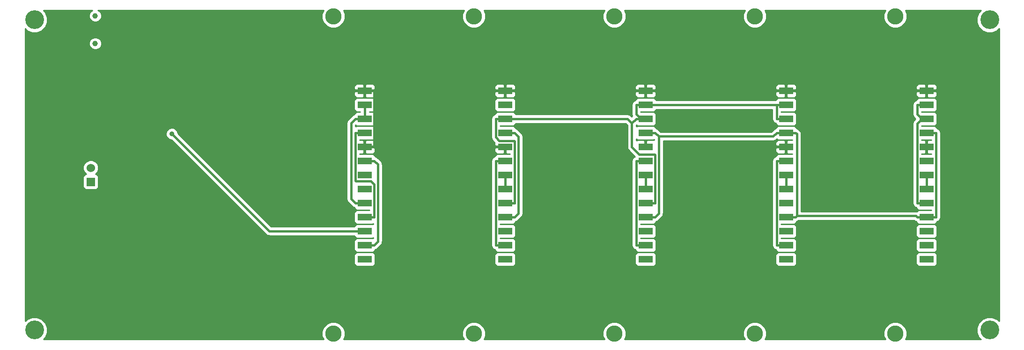
<source format=gbl>
G04 (created by PCBNEW-RS274X (2011-07-19)-testing) date Thu 01 Mar 2012 04:31:09 PM PST*
G01*
G70*
G90*
%MOIN*%
G04 Gerber Fmt 3.4, Leading zero omitted, Abs format*
%FSLAX34Y34*%
G04 APERTURE LIST*
%ADD10C,0.006000*%
%ADD11R,0.100000X0.050000*%
%ADD12C,0.116000*%
%ADD13C,0.039000*%
%ADD14R,0.060000X0.060000*%
%ADD15C,0.060000*%
%ADD16C,0.133900*%
%ADD17C,0.035000*%
%ADD18C,0.015000*%
%ADD19C,0.010000*%
G04 APERTURE END LIST*
G54D10*
G54D11*
X89500Y-34404D03*
X89500Y-35404D03*
X89500Y-36404D03*
X89500Y-37404D03*
X89500Y-38404D03*
X89500Y-39404D03*
X89500Y-40404D03*
X89500Y-41404D03*
X89500Y-42404D03*
X89500Y-43404D03*
X89500Y-44404D03*
X89500Y-45404D03*
X89500Y-46404D03*
G54D12*
X87280Y-29104D03*
X87280Y-51704D03*
G54D11*
X79500Y-34404D03*
X79500Y-35404D03*
X79500Y-36404D03*
X79500Y-37404D03*
X79500Y-38404D03*
X79500Y-39404D03*
X79500Y-40404D03*
X79500Y-41404D03*
X79500Y-42404D03*
X79500Y-43404D03*
X79500Y-44404D03*
X79500Y-45404D03*
X79500Y-46404D03*
G54D12*
X77280Y-29104D03*
X77280Y-51704D03*
G54D11*
X69500Y-34404D03*
X69500Y-35404D03*
X69500Y-36404D03*
X69500Y-37404D03*
X69500Y-38404D03*
X69500Y-39404D03*
X69500Y-40404D03*
X69500Y-41404D03*
X69500Y-42404D03*
X69500Y-43404D03*
X69500Y-44404D03*
X69500Y-45404D03*
X69500Y-46404D03*
G54D12*
X67280Y-29104D03*
X67280Y-51704D03*
G54D11*
X59500Y-34404D03*
X59500Y-35404D03*
X59500Y-36404D03*
X59500Y-37404D03*
X59500Y-38404D03*
X59500Y-39404D03*
X59500Y-40404D03*
X59500Y-41404D03*
X59500Y-42404D03*
X59500Y-43404D03*
X59500Y-44404D03*
X59500Y-45404D03*
X59500Y-46404D03*
G54D12*
X57280Y-29104D03*
X57280Y-51704D03*
G54D11*
X49500Y-34404D03*
X49500Y-35404D03*
X49500Y-36404D03*
X49500Y-37404D03*
X49500Y-38404D03*
X49500Y-39404D03*
X49500Y-40404D03*
X49500Y-41404D03*
X49500Y-42404D03*
X49500Y-43404D03*
X49500Y-44404D03*
X49500Y-45404D03*
X49500Y-46404D03*
G54D12*
X47280Y-29104D03*
X47280Y-51704D03*
G54D13*
X30315Y-29075D03*
X30315Y-31043D03*
G54D14*
X30000Y-40900D03*
G54D15*
X30000Y-39900D03*
G54D16*
X26000Y-29350D03*
X26000Y-51450D03*
X94000Y-51450D03*
X94000Y-29350D03*
G54D17*
X35779Y-37483D03*
G54D18*
X49500Y-45404D02*
X50178Y-45404D01*
X49500Y-39404D02*
X50178Y-39404D01*
X50431Y-39657D02*
X50178Y-39404D01*
X50431Y-45151D02*
X50431Y-39657D01*
X50178Y-45404D02*
X50431Y-45151D01*
X58822Y-45404D02*
X58822Y-39404D01*
X59500Y-45404D02*
X58822Y-45404D01*
X59500Y-39404D02*
X58822Y-39404D01*
X68822Y-45404D02*
X68822Y-39404D01*
X69500Y-45404D02*
X68822Y-45404D01*
X69500Y-39404D02*
X68822Y-39404D01*
X78822Y-45404D02*
X78822Y-39404D01*
X79500Y-45404D02*
X78822Y-45404D01*
X79500Y-39404D02*
X78822Y-39404D01*
X48822Y-40803D02*
X48822Y-37404D01*
X48865Y-40846D02*
X48822Y-40803D01*
X49944Y-40846D02*
X48865Y-40846D01*
X50178Y-41080D02*
X49944Y-40846D01*
X50178Y-43404D02*
X50178Y-41080D01*
X49500Y-37404D02*
X48822Y-37404D01*
X49500Y-43404D02*
X50178Y-43404D01*
X69500Y-43404D02*
X70178Y-43404D01*
X69500Y-37404D02*
X70178Y-37404D01*
X79500Y-43404D02*
X80178Y-43404D01*
X79500Y-37404D02*
X80178Y-37404D01*
X79500Y-37404D02*
X78822Y-37404D01*
X78569Y-37657D02*
X78822Y-37404D01*
X70431Y-37657D02*
X78569Y-37657D01*
X70431Y-37657D02*
X70178Y-37404D01*
X70431Y-43151D02*
X70431Y-37657D01*
X70178Y-43404D02*
X70431Y-43151D01*
X60445Y-43137D02*
X60178Y-43404D01*
X60445Y-37671D02*
X60445Y-43137D01*
X60178Y-37404D02*
X60445Y-37671D01*
X59500Y-37404D02*
X60178Y-37404D01*
X59500Y-43404D02*
X60178Y-43404D01*
X90178Y-43404D02*
X90178Y-37404D01*
X89500Y-43404D02*
X90178Y-43404D01*
X89500Y-37404D02*
X90178Y-37404D01*
X80178Y-43404D02*
X80257Y-43325D01*
X80257Y-37483D02*
X80178Y-37404D01*
X80257Y-43325D02*
X80257Y-37483D01*
X88743Y-43325D02*
X88822Y-43404D01*
X80257Y-43325D02*
X88743Y-43325D01*
X89500Y-43404D02*
X88822Y-43404D01*
X49500Y-35404D02*
X49500Y-36404D01*
X48527Y-36699D02*
X48822Y-36404D01*
X48527Y-42109D02*
X48527Y-36699D01*
X48822Y-42404D02*
X48527Y-42109D01*
X49500Y-36404D02*
X48822Y-36404D01*
X89500Y-36404D02*
X89161Y-36404D01*
X88822Y-36065D02*
X88822Y-35404D01*
X89161Y-36404D02*
X88822Y-36065D01*
X89500Y-35404D02*
X88822Y-35404D01*
X79500Y-35404D02*
X78822Y-35404D01*
X78822Y-35404D02*
X78822Y-36404D01*
X89500Y-42404D02*
X88822Y-42404D01*
X49500Y-42404D02*
X48822Y-42404D01*
X69500Y-42404D02*
X70178Y-42404D01*
X88822Y-36743D02*
X88822Y-42404D01*
X89161Y-36404D02*
X88822Y-36743D01*
X60178Y-38004D02*
X60178Y-42404D01*
X60136Y-37962D02*
X60178Y-38004D01*
X59056Y-37962D02*
X60136Y-37962D01*
X58822Y-37728D02*
X59056Y-37962D01*
X58822Y-36404D02*
X58822Y-37728D01*
X59500Y-36404D02*
X58822Y-36404D01*
X59500Y-42404D02*
X60178Y-42404D01*
X69500Y-35404D02*
X78822Y-35404D01*
X79500Y-36404D02*
X78822Y-36404D01*
X68520Y-36706D02*
X68822Y-36404D01*
X68520Y-38426D02*
X68520Y-36706D01*
X69031Y-38937D02*
X68520Y-38426D01*
X70135Y-38937D02*
X69031Y-38937D01*
X70178Y-38980D02*
X70135Y-38937D01*
X70178Y-42404D02*
X70178Y-38980D01*
X68218Y-36404D02*
X59500Y-36404D01*
X68520Y-36706D02*
X68218Y-36404D01*
X69500Y-36404D02*
X69161Y-36404D01*
X69161Y-36404D02*
X68822Y-36404D01*
X68822Y-36065D02*
X68822Y-35404D01*
X69161Y-36404D02*
X68822Y-36065D01*
X69500Y-35404D02*
X68822Y-35404D01*
X42700Y-44404D02*
X35779Y-37483D01*
X49500Y-44404D02*
X42700Y-44404D01*
X50178Y-34404D02*
X50178Y-38404D01*
X49500Y-34404D02*
X50178Y-34404D01*
X49500Y-38404D02*
X50178Y-38404D01*
X59500Y-34404D02*
X50178Y-34404D01*
X59500Y-41404D02*
X59500Y-40404D01*
X79500Y-41404D02*
X79500Y-40404D01*
X69500Y-41404D02*
X69500Y-40404D01*
X89500Y-41404D02*
X89500Y-40404D01*
G54D10*
G36*
X70106Y-37928D02*
X70049Y-37905D01*
X69612Y-37904D01*
X69550Y-37966D01*
X69550Y-38304D01*
X69550Y-38354D01*
X69550Y-38454D01*
X69450Y-38454D01*
X69450Y-38354D01*
X69450Y-38304D01*
X69450Y-37966D01*
X69388Y-37904D01*
X68951Y-37905D01*
X68859Y-37943D01*
X68845Y-37957D01*
X68845Y-37851D01*
X68859Y-37865D01*
X68950Y-37903D01*
X69049Y-37903D01*
X70049Y-37903D01*
X70106Y-37879D01*
X70106Y-37928D01*
X70106Y-37928D01*
G37*
G54D19*
X70106Y-37928D02*
X70049Y-37905D01*
X69612Y-37904D01*
X69550Y-37966D01*
X69550Y-38304D01*
X69550Y-38354D01*
X69550Y-38454D01*
X69450Y-38454D01*
X69450Y-38354D01*
X69450Y-38304D01*
X69450Y-37966D01*
X69388Y-37904D01*
X68951Y-37905D01*
X68859Y-37943D01*
X68845Y-37957D01*
X68845Y-37851D01*
X68859Y-37865D01*
X68950Y-37903D01*
X69049Y-37903D01*
X70049Y-37903D01*
X70106Y-37879D01*
X70106Y-37928D01*
G54D10*
G36*
X89853Y-38905D02*
X89147Y-38905D01*
X89147Y-38903D01*
X89388Y-38904D01*
X89450Y-38842D01*
X89450Y-38504D01*
X89450Y-38454D01*
X89450Y-38354D01*
X89450Y-38304D01*
X89450Y-37966D01*
X89388Y-37904D01*
X89147Y-37904D01*
X89147Y-37903D01*
X89853Y-37903D01*
X89853Y-37904D01*
X89612Y-37904D01*
X89550Y-37966D01*
X89550Y-38304D01*
X89550Y-38354D01*
X89550Y-38454D01*
X89550Y-38504D01*
X89550Y-38842D01*
X89612Y-38904D01*
X89853Y-38903D01*
X89853Y-38905D01*
X89853Y-38905D01*
G37*
G54D19*
X89853Y-38905D02*
X89147Y-38905D01*
X89147Y-38903D01*
X89388Y-38904D01*
X89450Y-38842D01*
X89450Y-38504D01*
X89450Y-38454D01*
X89450Y-38354D01*
X89450Y-38304D01*
X89450Y-37966D01*
X89388Y-37904D01*
X89147Y-37904D01*
X89147Y-37903D01*
X89853Y-37903D01*
X89853Y-37904D01*
X89612Y-37904D01*
X89550Y-37966D01*
X89550Y-38304D01*
X89550Y-38354D01*
X89550Y-38454D01*
X89550Y-38504D01*
X89550Y-38842D01*
X89612Y-38904D01*
X89853Y-38903D01*
X89853Y-38905D01*
G54D10*
G36*
X94675Y-50825D02*
X94521Y-50671D01*
X94184Y-50531D01*
X93818Y-50531D01*
X93480Y-50671D01*
X93221Y-50929D01*
X93081Y-51266D01*
X93081Y-51632D01*
X93221Y-51970D01*
X93375Y-52125D01*
X90503Y-52125D01*
X90503Y-43404D01*
X90503Y-37404D01*
X90478Y-37280D01*
X90408Y-37174D01*
X90302Y-37104D01*
X90250Y-37093D01*
X90250Y-34516D01*
X90250Y-34292D01*
X90249Y-34203D01*
X90249Y-34104D01*
X90211Y-34013D01*
X90141Y-33943D01*
X90049Y-33905D01*
X89612Y-33904D01*
X89550Y-33966D01*
X89550Y-34354D01*
X90188Y-34354D01*
X90250Y-34292D01*
X90250Y-34516D01*
X90188Y-34454D01*
X89550Y-34454D01*
X89550Y-34842D01*
X89612Y-34904D01*
X90049Y-34903D01*
X90141Y-34865D01*
X90211Y-34795D01*
X90249Y-34704D01*
X90249Y-34605D01*
X90250Y-34516D01*
X90250Y-37093D01*
X90243Y-37092D01*
X90211Y-37013D01*
X90141Y-36943D01*
X90050Y-36905D01*
X89951Y-36905D01*
X89147Y-36905D01*
X89147Y-36903D01*
X90049Y-36903D01*
X90141Y-36865D01*
X90211Y-36795D01*
X90249Y-36704D01*
X90249Y-36605D01*
X90249Y-36105D01*
X90211Y-36013D01*
X90141Y-35943D01*
X90050Y-35905D01*
X89951Y-35905D01*
X89147Y-35905D01*
X89147Y-35903D01*
X90049Y-35903D01*
X90141Y-35865D01*
X90211Y-35795D01*
X90249Y-35704D01*
X90249Y-35605D01*
X90249Y-35105D01*
X90211Y-35013D01*
X90141Y-34943D01*
X90050Y-34905D01*
X89951Y-34905D01*
X89450Y-34905D01*
X89450Y-34842D01*
X89450Y-34454D01*
X89450Y-34354D01*
X89450Y-33966D01*
X89388Y-33904D01*
X88951Y-33905D01*
X88859Y-33943D01*
X88789Y-34013D01*
X88751Y-34104D01*
X88751Y-34203D01*
X88750Y-34292D01*
X88812Y-34354D01*
X89450Y-34354D01*
X89450Y-34454D01*
X88812Y-34454D01*
X88750Y-34516D01*
X88751Y-34605D01*
X88751Y-34704D01*
X88789Y-34795D01*
X88859Y-34865D01*
X88951Y-34903D01*
X89388Y-34904D01*
X89450Y-34842D01*
X89450Y-34905D01*
X88951Y-34905D01*
X88859Y-34943D01*
X88789Y-35013D01*
X88755Y-35092D01*
X88698Y-35104D01*
X88592Y-35174D01*
X88522Y-35280D01*
X88497Y-35404D01*
X88497Y-36065D01*
X88522Y-36189D01*
X88592Y-36295D01*
X88701Y-36404D01*
X88592Y-36513D01*
X88522Y-36619D01*
X88497Y-36743D01*
X88497Y-42404D01*
X88522Y-42528D01*
X88592Y-42634D01*
X88698Y-42704D01*
X88756Y-42715D01*
X88789Y-42795D01*
X88859Y-42865D01*
X88950Y-42903D01*
X89049Y-42903D01*
X89853Y-42903D01*
X89853Y-42905D01*
X88951Y-42905D01*
X88859Y-42943D01*
X88792Y-43009D01*
X88743Y-43000D01*
X80582Y-43000D01*
X80582Y-37483D01*
X80581Y-37482D01*
X80582Y-37482D01*
X80576Y-37457D01*
X80557Y-37359D01*
X80556Y-37358D01*
X80487Y-37253D01*
X80484Y-37251D01*
X80408Y-37174D01*
X80302Y-37104D01*
X80250Y-37093D01*
X80250Y-34516D01*
X80250Y-34292D01*
X80249Y-34203D01*
X80249Y-34104D01*
X80211Y-34013D01*
X80141Y-33943D01*
X80049Y-33905D01*
X79612Y-33904D01*
X79550Y-33966D01*
X79550Y-34354D01*
X80188Y-34354D01*
X80250Y-34292D01*
X80250Y-34516D01*
X80188Y-34454D01*
X79550Y-34454D01*
X79550Y-34842D01*
X79612Y-34904D01*
X80049Y-34903D01*
X80141Y-34865D01*
X80211Y-34795D01*
X80249Y-34704D01*
X80249Y-34605D01*
X80250Y-34516D01*
X80250Y-37093D01*
X80243Y-37092D01*
X80211Y-37013D01*
X80141Y-36943D01*
X80050Y-36905D01*
X79951Y-36905D01*
X78951Y-36905D01*
X78859Y-36943D01*
X78789Y-37013D01*
X78755Y-37092D01*
X78698Y-37104D01*
X78592Y-37174D01*
X78590Y-37176D01*
X78434Y-37332D01*
X70565Y-37332D01*
X70408Y-37174D01*
X70302Y-37104D01*
X70243Y-37092D01*
X70211Y-37013D01*
X70141Y-36943D01*
X70050Y-36905D01*
X69951Y-36905D01*
X68951Y-36905D01*
X68859Y-36943D01*
X68845Y-36957D01*
X68845Y-36851D01*
X68859Y-36865D01*
X68950Y-36903D01*
X69049Y-36903D01*
X70049Y-36903D01*
X70141Y-36865D01*
X70211Y-36795D01*
X70249Y-36704D01*
X70249Y-36605D01*
X70249Y-36105D01*
X70211Y-36013D01*
X70141Y-35943D01*
X70050Y-35905D01*
X69951Y-35905D01*
X69147Y-35905D01*
X69147Y-35903D01*
X70049Y-35903D01*
X70141Y-35865D01*
X70211Y-35795D01*
X70238Y-35729D01*
X78497Y-35729D01*
X78497Y-36404D01*
X78522Y-36528D01*
X78592Y-36634D01*
X78698Y-36704D01*
X78756Y-36715D01*
X78789Y-36795D01*
X78859Y-36865D01*
X78950Y-36903D01*
X79049Y-36903D01*
X80049Y-36903D01*
X80141Y-36865D01*
X80211Y-36795D01*
X80249Y-36704D01*
X80249Y-36605D01*
X80249Y-36105D01*
X80211Y-36013D01*
X80141Y-35943D01*
X80050Y-35905D01*
X79951Y-35905D01*
X79147Y-35905D01*
X79147Y-35903D01*
X80049Y-35903D01*
X80141Y-35865D01*
X80211Y-35795D01*
X80249Y-35704D01*
X80249Y-35605D01*
X80249Y-35105D01*
X80211Y-35013D01*
X80141Y-34943D01*
X80050Y-34905D01*
X79951Y-34905D01*
X79450Y-34905D01*
X79450Y-34842D01*
X79450Y-34454D01*
X79450Y-34354D01*
X79450Y-33966D01*
X79388Y-33904D01*
X78951Y-33905D01*
X78859Y-33943D01*
X78789Y-34013D01*
X78751Y-34104D01*
X78751Y-34203D01*
X78750Y-34292D01*
X78812Y-34354D01*
X79450Y-34354D01*
X79450Y-34454D01*
X78812Y-34454D01*
X78750Y-34516D01*
X78751Y-34605D01*
X78751Y-34704D01*
X78789Y-34795D01*
X78859Y-34865D01*
X78951Y-34903D01*
X79388Y-34904D01*
X79450Y-34842D01*
X79450Y-34905D01*
X78951Y-34905D01*
X78859Y-34943D01*
X78789Y-35013D01*
X78761Y-35079D01*
X70250Y-35079D01*
X70250Y-34516D01*
X70250Y-34292D01*
X70249Y-34203D01*
X70249Y-34104D01*
X70211Y-34013D01*
X70141Y-33943D01*
X70049Y-33905D01*
X69612Y-33904D01*
X69550Y-33966D01*
X69550Y-34354D01*
X70188Y-34354D01*
X70250Y-34292D01*
X70250Y-34516D01*
X70188Y-34454D01*
X69550Y-34454D01*
X69550Y-34842D01*
X69612Y-34904D01*
X70049Y-34903D01*
X70141Y-34865D01*
X70211Y-34795D01*
X70249Y-34704D01*
X70249Y-34605D01*
X70250Y-34516D01*
X70250Y-35079D01*
X70238Y-35079D01*
X70211Y-35013D01*
X70141Y-34943D01*
X70050Y-34905D01*
X69951Y-34905D01*
X69450Y-34905D01*
X69450Y-34842D01*
X69450Y-34454D01*
X69450Y-34354D01*
X69450Y-33966D01*
X69388Y-33904D01*
X68951Y-33905D01*
X68859Y-33943D01*
X68789Y-34013D01*
X68751Y-34104D01*
X68751Y-34203D01*
X68750Y-34292D01*
X68812Y-34354D01*
X69450Y-34354D01*
X69450Y-34454D01*
X68812Y-34454D01*
X68750Y-34516D01*
X68751Y-34605D01*
X68751Y-34704D01*
X68789Y-34795D01*
X68859Y-34865D01*
X68951Y-34903D01*
X69388Y-34904D01*
X69450Y-34842D01*
X69450Y-34905D01*
X68951Y-34905D01*
X68859Y-34943D01*
X68789Y-35013D01*
X68755Y-35092D01*
X68698Y-35104D01*
X68592Y-35174D01*
X68522Y-35280D01*
X68497Y-35404D01*
X68497Y-36065D01*
X68522Y-36189D01*
X68543Y-36222D01*
X68520Y-36246D01*
X68448Y-36174D01*
X68342Y-36104D01*
X68218Y-36079D01*
X60250Y-36079D01*
X60250Y-34516D01*
X60250Y-34292D01*
X60249Y-34203D01*
X60249Y-34104D01*
X60211Y-34013D01*
X60141Y-33943D01*
X60049Y-33905D01*
X59612Y-33904D01*
X59550Y-33966D01*
X59550Y-34354D01*
X60188Y-34354D01*
X60250Y-34292D01*
X60250Y-34516D01*
X60188Y-34454D01*
X59550Y-34454D01*
X59550Y-34842D01*
X59612Y-34904D01*
X60049Y-34903D01*
X60141Y-34865D01*
X60211Y-34795D01*
X60249Y-34704D01*
X60249Y-34605D01*
X60250Y-34516D01*
X60250Y-36079D01*
X60249Y-36079D01*
X60249Y-35704D01*
X60249Y-35605D01*
X60249Y-35105D01*
X60211Y-35013D01*
X60141Y-34943D01*
X60050Y-34905D01*
X59951Y-34905D01*
X59450Y-34905D01*
X59450Y-34842D01*
X59450Y-34454D01*
X59450Y-34354D01*
X59450Y-33966D01*
X59388Y-33904D01*
X58951Y-33905D01*
X58859Y-33943D01*
X58789Y-34013D01*
X58751Y-34104D01*
X58751Y-34203D01*
X58750Y-34292D01*
X58812Y-34354D01*
X59450Y-34354D01*
X59450Y-34454D01*
X58812Y-34454D01*
X58750Y-34516D01*
X58751Y-34605D01*
X58751Y-34704D01*
X58789Y-34795D01*
X58859Y-34865D01*
X58951Y-34903D01*
X59388Y-34904D01*
X59450Y-34842D01*
X59450Y-34905D01*
X58951Y-34905D01*
X58859Y-34943D01*
X58789Y-35013D01*
X58751Y-35104D01*
X58751Y-35203D01*
X58751Y-35703D01*
X58789Y-35795D01*
X58859Y-35865D01*
X58950Y-35903D01*
X59049Y-35903D01*
X60049Y-35903D01*
X60141Y-35865D01*
X60211Y-35795D01*
X60249Y-35704D01*
X60249Y-36079D01*
X60238Y-36079D01*
X60211Y-36013D01*
X60141Y-35943D01*
X60050Y-35905D01*
X59951Y-35905D01*
X58951Y-35905D01*
X58859Y-35943D01*
X58789Y-36013D01*
X58755Y-36092D01*
X58698Y-36104D01*
X58592Y-36174D01*
X58522Y-36280D01*
X58497Y-36404D01*
X58497Y-37728D01*
X58522Y-37852D01*
X58592Y-37958D01*
X58751Y-38116D01*
X58751Y-38203D01*
X58750Y-38292D01*
X58812Y-38354D01*
X59400Y-38354D01*
X59450Y-38354D01*
X59550Y-38354D01*
X59550Y-38454D01*
X59550Y-38504D01*
X59550Y-38842D01*
X59612Y-38904D01*
X59853Y-38903D01*
X59853Y-38905D01*
X59450Y-38905D01*
X59450Y-38842D01*
X59450Y-38454D01*
X58812Y-38454D01*
X58750Y-38516D01*
X58751Y-38605D01*
X58751Y-38704D01*
X58789Y-38795D01*
X58859Y-38865D01*
X58951Y-38903D01*
X59388Y-38904D01*
X59450Y-38842D01*
X59450Y-38905D01*
X58951Y-38905D01*
X58859Y-38943D01*
X58789Y-39013D01*
X58755Y-39092D01*
X58698Y-39104D01*
X58592Y-39174D01*
X58522Y-39280D01*
X58497Y-39404D01*
X58497Y-45404D01*
X58522Y-45528D01*
X58592Y-45634D01*
X58698Y-45704D01*
X58756Y-45715D01*
X58789Y-45795D01*
X58859Y-45865D01*
X58950Y-45903D01*
X59049Y-45903D01*
X60049Y-45903D01*
X60141Y-45865D01*
X60211Y-45795D01*
X60249Y-45704D01*
X60249Y-45605D01*
X60249Y-45105D01*
X60211Y-45013D01*
X60141Y-44943D01*
X60050Y-44905D01*
X59951Y-44905D01*
X59147Y-44905D01*
X59147Y-44903D01*
X60049Y-44903D01*
X60141Y-44865D01*
X60211Y-44795D01*
X60249Y-44704D01*
X60249Y-44605D01*
X60249Y-44105D01*
X60211Y-44013D01*
X60141Y-43943D01*
X60050Y-43905D01*
X59951Y-43905D01*
X59147Y-43905D01*
X59147Y-43903D01*
X60049Y-43903D01*
X60141Y-43865D01*
X60211Y-43795D01*
X60244Y-43715D01*
X60302Y-43704D01*
X60408Y-43634D01*
X60672Y-43368D01*
X60674Y-43367D01*
X60675Y-43367D01*
X60744Y-43262D01*
X60745Y-43261D01*
X60770Y-43137D01*
X60770Y-37671D01*
X60745Y-37547D01*
X60744Y-37546D01*
X60675Y-37441D01*
X60672Y-37439D01*
X60408Y-37174D01*
X60302Y-37104D01*
X60243Y-37092D01*
X60211Y-37013D01*
X60141Y-36943D01*
X60050Y-36905D01*
X59951Y-36905D01*
X59147Y-36905D01*
X59147Y-36903D01*
X60049Y-36903D01*
X60141Y-36865D01*
X60211Y-36795D01*
X60238Y-36729D01*
X68083Y-36729D01*
X68195Y-36841D01*
X68195Y-38426D01*
X68220Y-38550D01*
X68290Y-38656D01*
X68732Y-39097D01*
X68698Y-39104D01*
X68592Y-39174D01*
X68522Y-39280D01*
X68497Y-39404D01*
X68497Y-45404D01*
X68522Y-45528D01*
X68592Y-45634D01*
X68698Y-45704D01*
X68756Y-45715D01*
X68789Y-45795D01*
X68859Y-45865D01*
X68950Y-45903D01*
X69049Y-45903D01*
X70049Y-45903D01*
X70141Y-45865D01*
X70211Y-45795D01*
X70249Y-45704D01*
X70249Y-45605D01*
X70249Y-45105D01*
X70211Y-45013D01*
X70141Y-44943D01*
X70050Y-44905D01*
X69951Y-44905D01*
X69147Y-44905D01*
X69147Y-44903D01*
X70049Y-44903D01*
X70141Y-44865D01*
X70211Y-44795D01*
X70249Y-44704D01*
X70249Y-44605D01*
X70249Y-44105D01*
X70211Y-44013D01*
X70141Y-43943D01*
X70050Y-43905D01*
X69951Y-43905D01*
X69147Y-43905D01*
X69147Y-43903D01*
X70049Y-43903D01*
X70141Y-43865D01*
X70211Y-43795D01*
X70244Y-43715D01*
X70302Y-43704D01*
X70408Y-43634D01*
X70658Y-43382D01*
X70660Y-43381D01*
X70661Y-43381D01*
X70730Y-43276D01*
X70731Y-43275D01*
X70750Y-43177D01*
X70756Y-43152D01*
X70755Y-43151D01*
X70756Y-43151D01*
X70756Y-37982D01*
X78569Y-37982D01*
X78693Y-37957D01*
X78799Y-37887D01*
X78839Y-37845D01*
X78859Y-37865D01*
X78950Y-37903D01*
X79049Y-37903D01*
X79932Y-37903D01*
X79932Y-37904D01*
X79612Y-37904D01*
X79550Y-37966D01*
X79550Y-38304D01*
X79550Y-38354D01*
X79550Y-38454D01*
X79550Y-38504D01*
X79550Y-38842D01*
X79612Y-38904D01*
X79932Y-38903D01*
X79932Y-38905D01*
X79450Y-38905D01*
X79450Y-38842D01*
X79450Y-38454D01*
X79450Y-38354D01*
X79450Y-37966D01*
X79388Y-37904D01*
X78951Y-37905D01*
X78859Y-37943D01*
X78789Y-38013D01*
X78751Y-38104D01*
X78751Y-38203D01*
X78750Y-38292D01*
X78812Y-38354D01*
X79450Y-38354D01*
X79450Y-38454D01*
X78812Y-38454D01*
X78750Y-38516D01*
X78751Y-38605D01*
X78751Y-38704D01*
X78789Y-38795D01*
X78859Y-38865D01*
X78951Y-38903D01*
X79388Y-38904D01*
X79450Y-38842D01*
X79450Y-38905D01*
X78951Y-38905D01*
X78859Y-38943D01*
X78789Y-39013D01*
X78755Y-39092D01*
X78698Y-39104D01*
X78592Y-39174D01*
X78522Y-39280D01*
X78497Y-39404D01*
X78497Y-45404D01*
X78522Y-45528D01*
X78592Y-45634D01*
X78698Y-45704D01*
X78756Y-45715D01*
X78789Y-45795D01*
X78859Y-45865D01*
X78950Y-45903D01*
X79049Y-45903D01*
X80049Y-45903D01*
X80141Y-45865D01*
X80211Y-45795D01*
X80249Y-45704D01*
X80249Y-45605D01*
X80249Y-45105D01*
X80211Y-45013D01*
X80141Y-44943D01*
X80050Y-44905D01*
X79951Y-44905D01*
X79147Y-44905D01*
X79147Y-44903D01*
X80049Y-44903D01*
X80141Y-44865D01*
X80211Y-44795D01*
X80249Y-44704D01*
X80249Y-44605D01*
X80249Y-44105D01*
X80211Y-44013D01*
X80141Y-43943D01*
X80050Y-43905D01*
X79951Y-43905D01*
X79147Y-43905D01*
X79147Y-43903D01*
X80049Y-43903D01*
X80141Y-43865D01*
X80211Y-43795D01*
X80244Y-43715D01*
X80302Y-43704D01*
X80383Y-43650D01*
X88616Y-43650D01*
X88617Y-43650D01*
X88697Y-43703D01*
X88698Y-43704D01*
X88756Y-43715D01*
X88789Y-43795D01*
X88859Y-43865D01*
X88950Y-43903D01*
X89049Y-43903D01*
X90049Y-43903D01*
X90141Y-43865D01*
X90211Y-43795D01*
X90244Y-43715D01*
X90302Y-43704D01*
X90408Y-43634D01*
X90478Y-43528D01*
X90503Y-43404D01*
X90503Y-52125D01*
X90249Y-52125D01*
X90249Y-46704D01*
X90249Y-46605D01*
X90249Y-46105D01*
X90249Y-45704D01*
X90249Y-45605D01*
X90249Y-45105D01*
X90249Y-44704D01*
X90249Y-44605D01*
X90249Y-44105D01*
X90211Y-44013D01*
X90141Y-43943D01*
X90050Y-43905D01*
X89951Y-43905D01*
X88951Y-43905D01*
X88859Y-43943D01*
X88789Y-44013D01*
X88751Y-44104D01*
X88751Y-44203D01*
X88751Y-44703D01*
X88789Y-44795D01*
X88859Y-44865D01*
X88950Y-44903D01*
X89049Y-44903D01*
X90049Y-44903D01*
X90141Y-44865D01*
X90211Y-44795D01*
X90249Y-44704D01*
X90249Y-45105D01*
X90211Y-45013D01*
X90141Y-44943D01*
X90050Y-44905D01*
X89951Y-44905D01*
X88951Y-44905D01*
X88859Y-44943D01*
X88789Y-45013D01*
X88751Y-45104D01*
X88751Y-45203D01*
X88751Y-45703D01*
X88789Y-45795D01*
X88859Y-45865D01*
X88950Y-45903D01*
X89049Y-45903D01*
X90049Y-45903D01*
X90141Y-45865D01*
X90211Y-45795D01*
X90249Y-45704D01*
X90249Y-46105D01*
X90211Y-46013D01*
X90141Y-45943D01*
X90050Y-45905D01*
X89951Y-45905D01*
X88951Y-45905D01*
X88859Y-45943D01*
X88789Y-46013D01*
X88751Y-46104D01*
X88751Y-46203D01*
X88751Y-46703D01*
X88789Y-46795D01*
X88859Y-46865D01*
X88950Y-46903D01*
X89049Y-46903D01*
X90049Y-46903D01*
X90141Y-46865D01*
X90211Y-46795D01*
X90249Y-46704D01*
X90249Y-52125D01*
X88003Y-52125D01*
X88110Y-51870D01*
X88110Y-51540D01*
X87984Y-51235D01*
X87751Y-51001D01*
X87446Y-50874D01*
X87116Y-50874D01*
X86811Y-51000D01*
X86577Y-51233D01*
X86450Y-51538D01*
X86450Y-51868D01*
X86556Y-52125D01*
X80249Y-52125D01*
X80249Y-46704D01*
X80249Y-46605D01*
X80249Y-46105D01*
X80211Y-46013D01*
X80141Y-45943D01*
X80050Y-45905D01*
X79951Y-45905D01*
X78951Y-45905D01*
X78859Y-45943D01*
X78789Y-46013D01*
X78751Y-46104D01*
X78751Y-46203D01*
X78751Y-46703D01*
X78789Y-46795D01*
X78859Y-46865D01*
X78950Y-46903D01*
X79049Y-46903D01*
X80049Y-46903D01*
X80141Y-46865D01*
X80211Y-46795D01*
X80249Y-46704D01*
X80249Y-52125D01*
X78003Y-52125D01*
X78110Y-51870D01*
X78110Y-51540D01*
X77984Y-51235D01*
X77751Y-51001D01*
X77446Y-50874D01*
X77116Y-50874D01*
X76811Y-51000D01*
X76577Y-51233D01*
X76450Y-51538D01*
X76450Y-51868D01*
X76556Y-52125D01*
X70249Y-52125D01*
X70249Y-46704D01*
X70249Y-46605D01*
X70249Y-46105D01*
X70211Y-46013D01*
X70141Y-45943D01*
X70050Y-45905D01*
X69951Y-45905D01*
X68951Y-45905D01*
X68859Y-45943D01*
X68789Y-46013D01*
X68751Y-46104D01*
X68751Y-46203D01*
X68751Y-46703D01*
X68789Y-46795D01*
X68859Y-46865D01*
X68950Y-46903D01*
X69049Y-46903D01*
X70049Y-46903D01*
X70141Y-46865D01*
X70211Y-46795D01*
X70249Y-46704D01*
X70249Y-52125D01*
X68003Y-52125D01*
X68110Y-51870D01*
X68110Y-51540D01*
X67984Y-51235D01*
X67751Y-51001D01*
X67446Y-50874D01*
X67116Y-50874D01*
X66811Y-51000D01*
X66577Y-51233D01*
X66450Y-51538D01*
X66450Y-51868D01*
X66556Y-52125D01*
X60249Y-52125D01*
X60249Y-46704D01*
X60249Y-46605D01*
X60249Y-46105D01*
X60211Y-46013D01*
X60141Y-45943D01*
X60050Y-45905D01*
X59951Y-45905D01*
X58951Y-45905D01*
X58859Y-45943D01*
X58789Y-46013D01*
X58751Y-46104D01*
X58751Y-46203D01*
X58751Y-46703D01*
X58789Y-46795D01*
X58859Y-46865D01*
X58950Y-46903D01*
X59049Y-46903D01*
X60049Y-46903D01*
X60141Y-46865D01*
X60211Y-46795D01*
X60249Y-46704D01*
X60249Y-52125D01*
X58003Y-52125D01*
X58110Y-51870D01*
X58110Y-51540D01*
X57984Y-51235D01*
X57751Y-51001D01*
X57446Y-50874D01*
X57116Y-50874D01*
X56811Y-51000D01*
X56577Y-51233D01*
X56450Y-51538D01*
X56450Y-51868D01*
X56556Y-52125D01*
X50756Y-52125D01*
X50756Y-45152D01*
X50755Y-45151D01*
X50756Y-45151D01*
X50756Y-39657D01*
X50755Y-39656D01*
X50756Y-39656D01*
X50750Y-39631D01*
X50731Y-39533D01*
X50730Y-39532D01*
X50661Y-39427D01*
X50658Y-39425D01*
X50408Y-39174D01*
X50302Y-39104D01*
X50250Y-39093D01*
X50250Y-38516D01*
X50250Y-38292D01*
X50250Y-34516D01*
X50250Y-34292D01*
X50249Y-34203D01*
X50249Y-34104D01*
X50211Y-34013D01*
X50141Y-33943D01*
X50049Y-33905D01*
X49612Y-33904D01*
X49550Y-33966D01*
X49550Y-34354D01*
X50188Y-34354D01*
X50250Y-34292D01*
X50250Y-34516D01*
X50188Y-34454D01*
X49550Y-34454D01*
X49550Y-34842D01*
X49612Y-34904D01*
X50049Y-34903D01*
X50141Y-34865D01*
X50211Y-34795D01*
X50249Y-34704D01*
X50249Y-34605D01*
X50250Y-34516D01*
X50250Y-38292D01*
X50249Y-38203D01*
X50249Y-38104D01*
X50211Y-38013D01*
X50141Y-37943D01*
X50049Y-37905D01*
X49612Y-37904D01*
X49550Y-37966D01*
X49550Y-38354D01*
X50188Y-38354D01*
X50250Y-38292D01*
X50250Y-38516D01*
X50188Y-38454D01*
X49550Y-38454D01*
X49550Y-38842D01*
X49612Y-38904D01*
X50049Y-38903D01*
X50141Y-38865D01*
X50211Y-38795D01*
X50249Y-38704D01*
X50249Y-38605D01*
X50250Y-38516D01*
X50250Y-39093D01*
X50243Y-39092D01*
X50211Y-39013D01*
X50141Y-38943D01*
X50050Y-38905D01*
X49951Y-38905D01*
X49147Y-38905D01*
X49147Y-38903D01*
X49388Y-38904D01*
X49450Y-38842D01*
X49450Y-38504D01*
X49450Y-38454D01*
X49450Y-38354D01*
X49450Y-38304D01*
X49450Y-37966D01*
X49388Y-37904D01*
X49147Y-37904D01*
X49147Y-37903D01*
X50049Y-37903D01*
X50141Y-37865D01*
X50211Y-37795D01*
X50249Y-37704D01*
X50249Y-37605D01*
X50249Y-37105D01*
X50211Y-37013D01*
X50141Y-36943D01*
X50050Y-36905D01*
X49951Y-36905D01*
X48951Y-36905D01*
X48859Y-36943D01*
X48852Y-36950D01*
X48852Y-36858D01*
X48859Y-36865D01*
X48950Y-36903D01*
X49049Y-36903D01*
X50049Y-36903D01*
X50141Y-36865D01*
X50211Y-36795D01*
X50249Y-36704D01*
X50249Y-36605D01*
X50249Y-36105D01*
X50211Y-36013D01*
X50141Y-35943D01*
X50050Y-35905D01*
X49951Y-35905D01*
X49825Y-35905D01*
X49825Y-35903D01*
X50049Y-35903D01*
X50141Y-35865D01*
X50211Y-35795D01*
X50249Y-35704D01*
X50249Y-35605D01*
X50249Y-35105D01*
X50211Y-35013D01*
X50141Y-34943D01*
X50050Y-34905D01*
X49951Y-34905D01*
X49450Y-34905D01*
X49450Y-34842D01*
X49450Y-34454D01*
X49450Y-34354D01*
X49450Y-33966D01*
X49388Y-33904D01*
X48951Y-33905D01*
X48859Y-33943D01*
X48789Y-34013D01*
X48751Y-34104D01*
X48751Y-34203D01*
X48750Y-34292D01*
X48812Y-34354D01*
X49450Y-34354D01*
X49450Y-34454D01*
X48812Y-34454D01*
X48750Y-34516D01*
X48751Y-34605D01*
X48751Y-34704D01*
X48789Y-34795D01*
X48859Y-34865D01*
X48951Y-34903D01*
X49388Y-34904D01*
X49450Y-34842D01*
X49450Y-34905D01*
X48951Y-34905D01*
X48859Y-34943D01*
X48789Y-35013D01*
X48751Y-35104D01*
X48751Y-35203D01*
X48751Y-35703D01*
X48789Y-35795D01*
X48859Y-35865D01*
X48950Y-35903D01*
X49049Y-35903D01*
X49175Y-35903D01*
X49175Y-35905D01*
X48951Y-35905D01*
X48859Y-35943D01*
X48789Y-36013D01*
X48755Y-36092D01*
X48697Y-36104D01*
X48592Y-36174D01*
X48297Y-36469D01*
X48227Y-36575D01*
X48202Y-36699D01*
X48202Y-42109D01*
X48227Y-42233D01*
X48297Y-42339D01*
X48592Y-42634D01*
X48697Y-42704D01*
X48698Y-42704D01*
X48756Y-42715D01*
X48789Y-42795D01*
X48859Y-42865D01*
X48950Y-42903D01*
X49049Y-42903D01*
X49853Y-42903D01*
X49853Y-42905D01*
X48951Y-42905D01*
X48859Y-42943D01*
X48789Y-43013D01*
X48751Y-43104D01*
X48751Y-43203D01*
X48751Y-43703D01*
X48789Y-43795D01*
X48859Y-43865D01*
X48950Y-43903D01*
X49049Y-43903D01*
X50049Y-43903D01*
X50106Y-43879D01*
X50106Y-43928D01*
X50050Y-43905D01*
X49951Y-43905D01*
X48951Y-43905D01*
X48859Y-43943D01*
X48789Y-44013D01*
X48761Y-44079D01*
X42834Y-44079D01*
X36204Y-37448D01*
X36204Y-37399D01*
X36140Y-37243D01*
X36020Y-37123D01*
X35864Y-37058D01*
X35695Y-37058D01*
X35539Y-37122D01*
X35419Y-37242D01*
X35354Y-37398D01*
X35354Y-37567D01*
X35418Y-37723D01*
X35538Y-37843D01*
X35694Y-37908D01*
X35744Y-37908D01*
X42468Y-44631D01*
X42470Y-44634D01*
X42575Y-44703D01*
X42576Y-44704D01*
X42674Y-44723D01*
X42699Y-44729D01*
X42699Y-44728D01*
X42700Y-44729D01*
X48761Y-44729D01*
X48789Y-44795D01*
X48859Y-44865D01*
X48950Y-44903D01*
X49049Y-44903D01*
X50049Y-44903D01*
X50106Y-44879D01*
X50106Y-44928D01*
X50050Y-44905D01*
X49951Y-44905D01*
X48951Y-44905D01*
X48859Y-44943D01*
X48789Y-45013D01*
X48751Y-45104D01*
X48751Y-45203D01*
X48751Y-45703D01*
X48789Y-45795D01*
X48859Y-45865D01*
X48950Y-45903D01*
X49049Y-45903D01*
X50049Y-45903D01*
X50141Y-45865D01*
X50211Y-45795D01*
X50244Y-45715D01*
X50302Y-45704D01*
X50408Y-45634D01*
X50658Y-45382D01*
X50660Y-45381D01*
X50661Y-45381D01*
X50730Y-45276D01*
X50731Y-45275D01*
X50750Y-45177D01*
X50756Y-45152D01*
X50756Y-52125D01*
X50249Y-52125D01*
X50249Y-46704D01*
X50249Y-46605D01*
X50249Y-46105D01*
X50211Y-46013D01*
X50141Y-45943D01*
X50050Y-45905D01*
X49951Y-45905D01*
X48951Y-45905D01*
X48859Y-45943D01*
X48789Y-46013D01*
X48751Y-46104D01*
X48751Y-46203D01*
X48751Y-46703D01*
X48789Y-46795D01*
X48859Y-46865D01*
X48950Y-46903D01*
X49049Y-46903D01*
X50049Y-46903D01*
X50141Y-46865D01*
X50211Y-46795D01*
X50249Y-46704D01*
X50249Y-52125D01*
X48003Y-52125D01*
X48110Y-51870D01*
X48110Y-51540D01*
X47984Y-51235D01*
X47751Y-51001D01*
X47446Y-50874D01*
X47116Y-50874D01*
X46811Y-51000D01*
X46577Y-51233D01*
X46450Y-51538D01*
X46450Y-51868D01*
X46556Y-52125D01*
X30759Y-52125D01*
X30759Y-31132D01*
X30759Y-30955D01*
X30692Y-30792D01*
X30567Y-30667D01*
X30404Y-30599D01*
X30227Y-30599D01*
X30064Y-30666D01*
X29939Y-30791D01*
X29871Y-30954D01*
X29871Y-31131D01*
X29938Y-31294D01*
X30063Y-31419D01*
X30226Y-31487D01*
X30403Y-31487D01*
X30566Y-31420D01*
X30691Y-31295D01*
X30759Y-31132D01*
X30759Y-52125D01*
X30549Y-52125D01*
X30549Y-41250D01*
X30549Y-41151D01*
X30549Y-40551D01*
X30511Y-40459D01*
X30441Y-40389D01*
X30350Y-40351D01*
X30325Y-40351D01*
X30465Y-40211D01*
X30549Y-40009D01*
X30549Y-39791D01*
X30465Y-39589D01*
X30311Y-39435D01*
X30109Y-39351D01*
X29891Y-39351D01*
X29689Y-39435D01*
X29535Y-39589D01*
X29451Y-39791D01*
X29451Y-40009D01*
X29535Y-40211D01*
X29675Y-40351D01*
X29651Y-40351D01*
X29559Y-40389D01*
X29489Y-40459D01*
X29451Y-40550D01*
X29451Y-40649D01*
X29451Y-41249D01*
X29489Y-41341D01*
X29559Y-41411D01*
X29650Y-41449D01*
X29749Y-41449D01*
X30349Y-41449D01*
X30441Y-41411D01*
X30511Y-41341D01*
X30549Y-41250D01*
X30549Y-52125D01*
X26624Y-52125D01*
X26779Y-51971D01*
X26919Y-51634D01*
X26919Y-51268D01*
X26779Y-50930D01*
X26521Y-50671D01*
X26184Y-50531D01*
X25818Y-50531D01*
X25480Y-50671D01*
X25325Y-50825D01*
X25325Y-29974D01*
X25479Y-30129D01*
X25816Y-30269D01*
X26182Y-30269D01*
X26520Y-30129D01*
X26779Y-29871D01*
X26919Y-29534D01*
X26919Y-29168D01*
X26779Y-28830D01*
X26624Y-28675D01*
X30119Y-28675D01*
X30064Y-28698D01*
X29939Y-28823D01*
X29871Y-28986D01*
X29871Y-29163D01*
X29938Y-29326D01*
X30063Y-29451D01*
X30226Y-29519D01*
X30403Y-29519D01*
X30566Y-29452D01*
X30691Y-29327D01*
X30759Y-29164D01*
X30759Y-28987D01*
X30692Y-28824D01*
X30567Y-28699D01*
X30509Y-28675D01*
X46559Y-28675D01*
X46450Y-28938D01*
X46450Y-29268D01*
X46576Y-29573D01*
X46809Y-29807D01*
X47114Y-29934D01*
X47444Y-29934D01*
X47749Y-29808D01*
X47983Y-29575D01*
X48110Y-29270D01*
X48110Y-28940D01*
X48000Y-28675D01*
X56559Y-28675D01*
X56450Y-28938D01*
X56450Y-29268D01*
X56576Y-29573D01*
X56809Y-29807D01*
X57114Y-29934D01*
X57444Y-29934D01*
X57749Y-29808D01*
X57983Y-29575D01*
X58110Y-29270D01*
X58110Y-28940D01*
X58000Y-28675D01*
X66559Y-28675D01*
X66450Y-28938D01*
X66450Y-29268D01*
X66576Y-29573D01*
X66809Y-29807D01*
X67114Y-29934D01*
X67444Y-29934D01*
X67749Y-29808D01*
X67983Y-29575D01*
X68110Y-29270D01*
X68110Y-28940D01*
X68000Y-28675D01*
X76559Y-28675D01*
X76450Y-28938D01*
X76450Y-29268D01*
X76576Y-29573D01*
X76809Y-29807D01*
X77114Y-29934D01*
X77444Y-29934D01*
X77749Y-29808D01*
X77983Y-29575D01*
X78110Y-29270D01*
X78110Y-28940D01*
X78000Y-28675D01*
X86559Y-28675D01*
X86450Y-28938D01*
X86450Y-29268D01*
X86576Y-29573D01*
X86809Y-29807D01*
X87114Y-29934D01*
X87444Y-29934D01*
X87749Y-29808D01*
X87983Y-29575D01*
X88110Y-29270D01*
X88110Y-28940D01*
X88000Y-28675D01*
X93375Y-28675D01*
X93221Y-28829D01*
X93081Y-29166D01*
X93081Y-29532D01*
X93221Y-29870D01*
X93479Y-30129D01*
X93816Y-30269D01*
X94182Y-30269D01*
X94520Y-30129D01*
X94675Y-29974D01*
X94675Y-50825D01*
X94675Y-50825D01*
G37*
G54D19*
X94675Y-50825D02*
X94521Y-50671D01*
X94184Y-50531D01*
X93818Y-50531D01*
X93480Y-50671D01*
X93221Y-50929D01*
X93081Y-51266D01*
X93081Y-51632D01*
X93221Y-51970D01*
X93375Y-52125D01*
X90503Y-52125D01*
X90503Y-43404D01*
X90503Y-37404D01*
X90478Y-37280D01*
X90408Y-37174D01*
X90302Y-37104D01*
X90250Y-37093D01*
X90250Y-34516D01*
X90250Y-34292D01*
X90249Y-34203D01*
X90249Y-34104D01*
X90211Y-34013D01*
X90141Y-33943D01*
X90049Y-33905D01*
X89612Y-33904D01*
X89550Y-33966D01*
X89550Y-34354D01*
X90188Y-34354D01*
X90250Y-34292D01*
X90250Y-34516D01*
X90188Y-34454D01*
X89550Y-34454D01*
X89550Y-34842D01*
X89612Y-34904D01*
X90049Y-34903D01*
X90141Y-34865D01*
X90211Y-34795D01*
X90249Y-34704D01*
X90249Y-34605D01*
X90250Y-34516D01*
X90250Y-37093D01*
X90243Y-37092D01*
X90211Y-37013D01*
X90141Y-36943D01*
X90050Y-36905D01*
X89951Y-36905D01*
X89147Y-36905D01*
X89147Y-36903D01*
X90049Y-36903D01*
X90141Y-36865D01*
X90211Y-36795D01*
X90249Y-36704D01*
X90249Y-36605D01*
X90249Y-36105D01*
X90211Y-36013D01*
X90141Y-35943D01*
X90050Y-35905D01*
X89951Y-35905D01*
X89147Y-35905D01*
X89147Y-35903D01*
X90049Y-35903D01*
X90141Y-35865D01*
X90211Y-35795D01*
X90249Y-35704D01*
X90249Y-35605D01*
X90249Y-35105D01*
X90211Y-35013D01*
X90141Y-34943D01*
X90050Y-34905D01*
X89951Y-34905D01*
X89450Y-34905D01*
X89450Y-34842D01*
X89450Y-34454D01*
X89450Y-34354D01*
X89450Y-33966D01*
X89388Y-33904D01*
X88951Y-33905D01*
X88859Y-33943D01*
X88789Y-34013D01*
X88751Y-34104D01*
X88751Y-34203D01*
X88750Y-34292D01*
X88812Y-34354D01*
X89450Y-34354D01*
X89450Y-34454D01*
X88812Y-34454D01*
X88750Y-34516D01*
X88751Y-34605D01*
X88751Y-34704D01*
X88789Y-34795D01*
X88859Y-34865D01*
X88951Y-34903D01*
X89388Y-34904D01*
X89450Y-34842D01*
X89450Y-34905D01*
X88951Y-34905D01*
X88859Y-34943D01*
X88789Y-35013D01*
X88755Y-35092D01*
X88698Y-35104D01*
X88592Y-35174D01*
X88522Y-35280D01*
X88497Y-35404D01*
X88497Y-36065D01*
X88522Y-36189D01*
X88592Y-36295D01*
X88701Y-36404D01*
X88592Y-36513D01*
X88522Y-36619D01*
X88497Y-36743D01*
X88497Y-42404D01*
X88522Y-42528D01*
X88592Y-42634D01*
X88698Y-42704D01*
X88756Y-42715D01*
X88789Y-42795D01*
X88859Y-42865D01*
X88950Y-42903D01*
X89049Y-42903D01*
X89853Y-42903D01*
X89853Y-42905D01*
X88951Y-42905D01*
X88859Y-42943D01*
X88792Y-43009D01*
X88743Y-43000D01*
X80582Y-43000D01*
X80582Y-37483D01*
X80581Y-37482D01*
X80582Y-37482D01*
X80576Y-37457D01*
X80557Y-37359D01*
X80556Y-37358D01*
X80487Y-37253D01*
X80484Y-37251D01*
X80408Y-37174D01*
X80302Y-37104D01*
X80250Y-37093D01*
X80250Y-34516D01*
X80250Y-34292D01*
X80249Y-34203D01*
X80249Y-34104D01*
X80211Y-34013D01*
X80141Y-33943D01*
X80049Y-33905D01*
X79612Y-33904D01*
X79550Y-33966D01*
X79550Y-34354D01*
X80188Y-34354D01*
X80250Y-34292D01*
X80250Y-34516D01*
X80188Y-34454D01*
X79550Y-34454D01*
X79550Y-34842D01*
X79612Y-34904D01*
X80049Y-34903D01*
X80141Y-34865D01*
X80211Y-34795D01*
X80249Y-34704D01*
X80249Y-34605D01*
X80250Y-34516D01*
X80250Y-37093D01*
X80243Y-37092D01*
X80211Y-37013D01*
X80141Y-36943D01*
X80050Y-36905D01*
X79951Y-36905D01*
X78951Y-36905D01*
X78859Y-36943D01*
X78789Y-37013D01*
X78755Y-37092D01*
X78698Y-37104D01*
X78592Y-37174D01*
X78590Y-37176D01*
X78434Y-37332D01*
X70565Y-37332D01*
X70408Y-37174D01*
X70302Y-37104D01*
X70243Y-37092D01*
X70211Y-37013D01*
X70141Y-36943D01*
X70050Y-36905D01*
X69951Y-36905D01*
X68951Y-36905D01*
X68859Y-36943D01*
X68845Y-36957D01*
X68845Y-36851D01*
X68859Y-36865D01*
X68950Y-36903D01*
X69049Y-36903D01*
X70049Y-36903D01*
X70141Y-36865D01*
X70211Y-36795D01*
X70249Y-36704D01*
X70249Y-36605D01*
X70249Y-36105D01*
X70211Y-36013D01*
X70141Y-35943D01*
X70050Y-35905D01*
X69951Y-35905D01*
X69147Y-35905D01*
X69147Y-35903D01*
X70049Y-35903D01*
X70141Y-35865D01*
X70211Y-35795D01*
X70238Y-35729D01*
X78497Y-35729D01*
X78497Y-36404D01*
X78522Y-36528D01*
X78592Y-36634D01*
X78698Y-36704D01*
X78756Y-36715D01*
X78789Y-36795D01*
X78859Y-36865D01*
X78950Y-36903D01*
X79049Y-36903D01*
X80049Y-36903D01*
X80141Y-36865D01*
X80211Y-36795D01*
X80249Y-36704D01*
X80249Y-36605D01*
X80249Y-36105D01*
X80211Y-36013D01*
X80141Y-35943D01*
X80050Y-35905D01*
X79951Y-35905D01*
X79147Y-35905D01*
X79147Y-35903D01*
X80049Y-35903D01*
X80141Y-35865D01*
X80211Y-35795D01*
X80249Y-35704D01*
X80249Y-35605D01*
X80249Y-35105D01*
X80211Y-35013D01*
X80141Y-34943D01*
X80050Y-34905D01*
X79951Y-34905D01*
X79450Y-34905D01*
X79450Y-34842D01*
X79450Y-34454D01*
X79450Y-34354D01*
X79450Y-33966D01*
X79388Y-33904D01*
X78951Y-33905D01*
X78859Y-33943D01*
X78789Y-34013D01*
X78751Y-34104D01*
X78751Y-34203D01*
X78750Y-34292D01*
X78812Y-34354D01*
X79450Y-34354D01*
X79450Y-34454D01*
X78812Y-34454D01*
X78750Y-34516D01*
X78751Y-34605D01*
X78751Y-34704D01*
X78789Y-34795D01*
X78859Y-34865D01*
X78951Y-34903D01*
X79388Y-34904D01*
X79450Y-34842D01*
X79450Y-34905D01*
X78951Y-34905D01*
X78859Y-34943D01*
X78789Y-35013D01*
X78761Y-35079D01*
X70250Y-35079D01*
X70250Y-34516D01*
X70250Y-34292D01*
X70249Y-34203D01*
X70249Y-34104D01*
X70211Y-34013D01*
X70141Y-33943D01*
X70049Y-33905D01*
X69612Y-33904D01*
X69550Y-33966D01*
X69550Y-34354D01*
X70188Y-34354D01*
X70250Y-34292D01*
X70250Y-34516D01*
X70188Y-34454D01*
X69550Y-34454D01*
X69550Y-34842D01*
X69612Y-34904D01*
X70049Y-34903D01*
X70141Y-34865D01*
X70211Y-34795D01*
X70249Y-34704D01*
X70249Y-34605D01*
X70250Y-34516D01*
X70250Y-35079D01*
X70238Y-35079D01*
X70211Y-35013D01*
X70141Y-34943D01*
X70050Y-34905D01*
X69951Y-34905D01*
X69450Y-34905D01*
X69450Y-34842D01*
X69450Y-34454D01*
X69450Y-34354D01*
X69450Y-33966D01*
X69388Y-33904D01*
X68951Y-33905D01*
X68859Y-33943D01*
X68789Y-34013D01*
X68751Y-34104D01*
X68751Y-34203D01*
X68750Y-34292D01*
X68812Y-34354D01*
X69450Y-34354D01*
X69450Y-34454D01*
X68812Y-34454D01*
X68750Y-34516D01*
X68751Y-34605D01*
X68751Y-34704D01*
X68789Y-34795D01*
X68859Y-34865D01*
X68951Y-34903D01*
X69388Y-34904D01*
X69450Y-34842D01*
X69450Y-34905D01*
X68951Y-34905D01*
X68859Y-34943D01*
X68789Y-35013D01*
X68755Y-35092D01*
X68698Y-35104D01*
X68592Y-35174D01*
X68522Y-35280D01*
X68497Y-35404D01*
X68497Y-36065D01*
X68522Y-36189D01*
X68543Y-36222D01*
X68520Y-36246D01*
X68448Y-36174D01*
X68342Y-36104D01*
X68218Y-36079D01*
X60250Y-36079D01*
X60250Y-34516D01*
X60250Y-34292D01*
X60249Y-34203D01*
X60249Y-34104D01*
X60211Y-34013D01*
X60141Y-33943D01*
X60049Y-33905D01*
X59612Y-33904D01*
X59550Y-33966D01*
X59550Y-34354D01*
X60188Y-34354D01*
X60250Y-34292D01*
X60250Y-34516D01*
X60188Y-34454D01*
X59550Y-34454D01*
X59550Y-34842D01*
X59612Y-34904D01*
X60049Y-34903D01*
X60141Y-34865D01*
X60211Y-34795D01*
X60249Y-34704D01*
X60249Y-34605D01*
X60250Y-34516D01*
X60250Y-36079D01*
X60249Y-36079D01*
X60249Y-35704D01*
X60249Y-35605D01*
X60249Y-35105D01*
X60211Y-35013D01*
X60141Y-34943D01*
X60050Y-34905D01*
X59951Y-34905D01*
X59450Y-34905D01*
X59450Y-34842D01*
X59450Y-34454D01*
X59450Y-34354D01*
X59450Y-33966D01*
X59388Y-33904D01*
X58951Y-33905D01*
X58859Y-33943D01*
X58789Y-34013D01*
X58751Y-34104D01*
X58751Y-34203D01*
X58750Y-34292D01*
X58812Y-34354D01*
X59450Y-34354D01*
X59450Y-34454D01*
X58812Y-34454D01*
X58750Y-34516D01*
X58751Y-34605D01*
X58751Y-34704D01*
X58789Y-34795D01*
X58859Y-34865D01*
X58951Y-34903D01*
X59388Y-34904D01*
X59450Y-34842D01*
X59450Y-34905D01*
X58951Y-34905D01*
X58859Y-34943D01*
X58789Y-35013D01*
X58751Y-35104D01*
X58751Y-35203D01*
X58751Y-35703D01*
X58789Y-35795D01*
X58859Y-35865D01*
X58950Y-35903D01*
X59049Y-35903D01*
X60049Y-35903D01*
X60141Y-35865D01*
X60211Y-35795D01*
X60249Y-35704D01*
X60249Y-36079D01*
X60238Y-36079D01*
X60211Y-36013D01*
X60141Y-35943D01*
X60050Y-35905D01*
X59951Y-35905D01*
X58951Y-35905D01*
X58859Y-35943D01*
X58789Y-36013D01*
X58755Y-36092D01*
X58698Y-36104D01*
X58592Y-36174D01*
X58522Y-36280D01*
X58497Y-36404D01*
X58497Y-37728D01*
X58522Y-37852D01*
X58592Y-37958D01*
X58751Y-38116D01*
X58751Y-38203D01*
X58750Y-38292D01*
X58812Y-38354D01*
X59400Y-38354D01*
X59450Y-38354D01*
X59550Y-38354D01*
X59550Y-38454D01*
X59550Y-38504D01*
X59550Y-38842D01*
X59612Y-38904D01*
X59853Y-38903D01*
X59853Y-38905D01*
X59450Y-38905D01*
X59450Y-38842D01*
X59450Y-38454D01*
X58812Y-38454D01*
X58750Y-38516D01*
X58751Y-38605D01*
X58751Y-38704D01*
X58789Y-38795D01*
X58859Y-38865D01*
X58951Y-38903D01*
X59388Y-38904D01*
X59450Y-38842D01*
X59450Y-38905D01*
X58951Y-38905D01*
X58859Y-38943D01*
X58789Y-39013D01*
X58755Y-39092D01*
X58698Y-39104D01*
X58592Y-39174D01*
X58522Y-39280D01*
X58497Y-39404D01*
X58497Y-45404D01*
X58522Y-45528D01*
X58592Y-45634D01*
X58698Y-45704D01*
X58756Y-45715D01*
X58789Y-45795D01*
X58859Y-45865D01*
X58950Y-45903D01*
X59049Y-45903D01*
X60049Y-45903D01*
X60141Y-45865D01*
X60211Y-45795D01*
X60249Y-45704D01*
X60249Y-45605D01*
X60249Y-45105D01*
X60211Y-45013D01*
X60141Y-44943D01*
X60050Y-44905D01*
X59951Y-44905D01*
X59147Y-44905D01*
X59147Y-44903D01*
X60049Y-44903D01*
X60141Y-44865D01*
X60211Y-44795D01*
X60249Y-44704D01*
X60249Y-44605D01*
X60249Y-44105D01*
X60211Y-44013D01*
X60141Y-43943D01*
X60050Y-43905D01*
X59951Y-43905D01*
X59147Y-43905D01*
X59147Y-43903D01*
X60049Y-43903D01*
X60141Y-43865D01*
X60211Y-43795D01*
X60244Y-43715D01*
X60302Y-43704D01*
X60408Y-43634D01*
X60672Y-43368D01*
X60674Y-43367D01*
X60675Y-43367D01*
X60744Y-43262D01*
X60745Y-43261D01*
X60770Y-43137D01*
X60770Y-37671D01*
X60745Y-37547D01*
X60744Y-37546D01*
X60675Y-37441D01*
X60672Y-37439D01*
X60408Y-37174D01*
X60302Y-37104D01*
X60243Y-37092D01*
X60211Y-37013D01*
X60141Y-36943D01*
X60050Y-36905D01*
X59951Y-36905D01*
X59147Y-36905D01*
X59147Y-36903D01*
X60049Y-36903D01*
X60141Y-36865D01*
X60211Y-36795D01*
X60238Y-36729D01*
X68083Y-36729D01*
X68195Y-36841D01*
X68195Y-38426D01*
X68220Y-38550D01*
X68290Y-38656D01*
X68732Y-39097D01*
X68698Y-39104D01*
X68592Y-39174D01*
X68522Y-39280D01*
X68497Y-39404D01*
X68497Y-45404D01*
X68522Y-45528D01*
X68592Y-45634D01*
X68698Y-45704D01*
X68756Y-45715D01*
X68789Y-45795D01*
X68859Y-45865D01*
X68950Y-45903D01*
X69049Y-45903D01*
X70049Y-45903D01*
X70141Y-45865D01*
X70211Y-45795D01*
X70249Y-45704D01*
X70249Y-45605D01*
X70249Y-45105D01*
X70211Y-45013D01*
X70141Y-44943D01*
X70050Y-44905D01*
X69951Y-44905D01*
X69147Y-44905D01*
X69147Y-44903D01*
X70049Y-44903D01*
X70141Y-44865D01*
X70211Y-44795D01*
X70249Y-44704D01*
X70249Y-44605D01*
X70249Y-44105D01*
X70211Y-44013D01*
X70141Y-43943D01*
X70050Y-43905D01*
X69951Y-43905D01*
X69147Y-43905D01*
X69147Y-43903D01*
X70049Y-43903D01*
X70141Y-43865D01*
X70211Y-43795D01*
X70244Y-43715D01*
X70302Y-43704D01*
X70408Y-43634D01*
X70658Y-43382D01*
X70660Y-43381D01*
X70661Y-43381D01*
X70730Y-43276D01*
X70731Y-43275D01*
X70750Y-43177D01*
X70756Y-43152D01*
X70755Y-43151D01*
X70756Y-43151D01*
X70756Y-37982D01*
X78569Y-37982D01*
X78693Y-37957D01*
X78799Y-37887D01*
X78839Y-37845D01*
X78859Y-37865D01*
X78950Y-37903D01*
X79049Y-37903D01*
X79932Y-37903D01*
X79932Y-37904D01*
X79612Y-37904D01*
X79550Y-37966D01*
X79550Y-38304D01*
X79550Y-38354D01*
X79550Y-38454D01*
X79550Y-38504D01*
X79550Y-38842D01*
X79612Y-38904D01*
X79932Y-38903D01*
X79932Y-38905D01*
X79450Y-38905D01*
X79450Y-38842D01*
X79450Y-38454D01*
X79450Y-38354D01*
X79450Y-37966D01*
X79388Y-37904D01*
X78951Y-37905D01*
X78859Y-37943D01*
X78789Y-38013D01*
X78751Y-38104D01*
X78751Y-38203D01*
X78750Y-38292D01*
X78812Y-38354D01*
X79450Y-38354D01*
X79450Y-38454D01*
X78812Y-38454D01*
X78750Y-38516D01*
X78751Y-38605D01*
X78751Y-38704D01*
X78789Y-38795D01*
X78859Y-38865D01*
X78951Y-38903D01*
X79388Y-38904D01*
X79450Y-38842D01*
X79450Y-38905D01*
X78951Y-38905D01*
X78859Y-38943D01*
X78789Y-39013D01*
X78755Y-39092D01*
X78698Y-39104D01*
X78592Y-39174D01*
X78522Y-39280D01*
X78497Y-39404D01*
X78497Y-45404D01*
X78522Y-45528D01*
X78592Y-45634D01*
X78698Y-45704D01*
X78756Y-45715D01*
X78789Y-45795D01*
X78859Y-45865D01*
X78950Y-45903D01*
X79049Y-45903D01*
X80049Y-45903D01*
X80141Y-45865D01*
X80211Y-45795D01*
X80249Y-45704D01*
X80249Y-45605D01*
X80249Y-45105D01*
X80211Y-45013D01*
X80141Y-44943D01*
X80050Y-44905D01*
X79951Y-44905D01*
X79147Y-44905D01*
X79147Y-44903D01*
X80049Y-44903D01*
X80141Y-44865D01*
X80211Y-44795D01*
X80249Y-44704D01*
X80249Y-44605D01*
X80249Y-44105D01*
X80211Y-44013D01*
X80141Y-43943D01*
X80050Y-43905D01*
X79951Y-43905D01*
X79147Y-43905D01*
X79147Y-43903D01*
X80049Y-43903D01*
X80141Y-43865D01*
X80211Y-43795D01*
X80244Y-43715D01*
X80302Y-43704D01*
X80383Y-43650D01*
X88616Y-43650D01*
X88617Y-43650D01*
X88697Y-43703D01*
X88698Y-43704D01*
X88756Y-43715D01*
X88789Y-43795D01*
X88859Y-43865D01*
X88950Y-43903D01*
X89049Y-43903D01*
X90049Y-43903D01*
X90141Y-43865D01*
X90211Y-43795D01*
X90244Y-43715D01*
X90302Y-43704D01*
X90408Y-43634D01*
X90478Y-43528D01*
X90503Y-43404D01*
X90503Y-52125D01*
X90249Y-52125D01*
X90249Y-46704D01*
X90249Y-46605D01*
X90249Y-46105D01*
X90249Y-45704D01*
X90249Y-45605D01*
X90249Y-45105D01*
X90249Y-44704D01*
X90249Y-44605D01*
X90249Y-44105D01*
X90211Y-44013D01*
X90141Y-43943D01*
X90050Y-43905D01*
X89951Y-43905D01*
X88951Y-43905D01*
X88859Y-43943D01*
X88789Y-44013D01*
X88751Y-44104D01*
X88751Y-44203D01*
X88751Y-44703D01*
X88789Y-44795D01*
X88859Y-44865D01*
X88950Y-44903D01*
X89049Y-44903D01*
X90049Y-44903D01*
X90141Y-44865D01*
X90211Y-44795D01*
X90249Y-44704D01*
X90249Y-45105D01*
X90211Y-45013D01*
X90141Y-44943D01*
X90050Y-44905D01*
X89951Y-44905D01*
X88951Y-44905D01*
X88859Y-44943D01*
X88789Y-45013D01*
X88751Y-45104D01*
X88751Y-45203D01*
X88751Y-45703D01*
X88789Y-45795D01*
X88859Y-45865D01*
X88950Y-45903D01*
X89049Y-45903D01*
X90049Y-45903D01*
X90141Y-45865D01*
X90211Y-45795D01*
X90249Y-45704D01*
X90249Y-46105D01*
X90211Y-46013D01*
X90141Y-45943D01*
X90050Y-45905D01*
X89951Y-45905D01*
X88951Y-45905D01*
X88859Y-45943D01*
X88789Y-46013D01*
X88751Y-46104D01*
X88751Y-46203D01*
X88751Y-46703D01*
X88789Y-46795D01*
X88859Y-46865D01*
X88950Y-46903D01*
X89049Y-46903D01*
X90049Y-46903D01*
X90141Y-46865D01*
X90211Y-46795D01*
X90249Y-46704D01*
X90249Y-52125D01*
X88003Y-52125D01*
X88110Y-51870D01*
X88110Y-51540D01*
X87984Y-51235D01*
X87751Y-51001D01*
X87446Y-50874D01*
X87116Y-50874D01*
X86811Y-51000D01*
X86577Y-51233D01*
X86450Y-51538D01*
X86450Y-51868D01*
X86556Y-52125D01*
X80249Y-52125D01*
X80249Y-46704D01*
X80249Y-46605D01*
X80249Y-46105D01*
X80211Y-46013D01*
X80141Y-45943D01*
X80050Y-45905D01*
X79951Y-45905D01*
X78951Y-45905D01*
X78859Y-45943D01*
X78789Y-46013D01*
X78751Y-46104D01*
X78751Y-46203D01*
X78751Y-46703D01*
X78789Y-46795D01*
X78859Y-46865D01*
X78950Y-46903D01*
X79049Y-46903D01*
X80049Y-46903D01*
X80141Y-46865D01*
X80211Y-46795D01*
X80249Y-46704D01*
X80249Y-52125D01*
X78003Y-52125D01*
X78110Y-51870D01*
X78110Y-51540D01*
X77984Y-51235D01*
X77751Y-51001D01*
X77446Y-50874D01*
X77116Y-50874D01*
X76811Y-51000D01*
X76577Y-51233D01*
X76450Y-51538D01*
X76450Y-51868D01*
X76556Y-52125D01*
X70249Y-52125D01*
X70249Y-46704D01*
X70249Y-46605D01*
X70249Y-46105D01*
X70211Y-46013D01*
X70141Y-45943D01*
X70050Y-45905D01*
X69951Y-45905D01*
X68951Y-45905D01*
X68859Y-45943D01*
X68789Y-46013D01*
X68751Y-46104D01*
X68751Y-46203D01*
X68751Y-46703D01*
X68789Y-46795D01*
X68859Y-46865D01*
X68950Y-46903D01*
X69049Y-46903D01*
X70049Y-46903D01*
X70141Y-46865D01*
X70211Y-46795D01*
X70249Y-46704D01*
X70249Y-52125D01*
X68003Y-52125D01*
X68110Y-51870D01*
X68110Y-51540D01*
X67984Y-51235D01*
X67751Y-51001D01*
X67446Y-50874D01*
X67116Y-50874D01*
X66811Y-51000D01*
X66577Y-51233D01*
X66450Y-51538D01*
X66450Y-51868D01*
X66556Y-52125D01*
X60249Y-52125D01*
X60249Y-46704D01*
X60249Y-46605D01*
X60249Y-46105D01*
X60211Y-46013D01*
X60141Y-45943D01*
X60050Y-45905D01*
X59951Y-45905D01*
X58951Y-45905D01*
X58859Y-45943D01*
X58789Y-46013D01*
X58751Y-46104D01*
X58751Y-46203D01*
X58751Y-46703D01*
X58789Y-46795D01*
X58859Y-46865D01*
X58950Y-46903D01*
X59049Y-46903D01*
X60049Y-46903D01*
X60141Y-46865D01*
X60211Y-46795D01*
X60249Y-46704D01*
X60249Y-52125D01*
X58003Y-52125D01*
X58110Y-51870D01*
X58110Y-51540D01*
X57984Y-51235D01*
X57751Y-51001D01*
X57446Y-50874D01*
X57116Y-50874D01*
X56811Y-51000D01*
X56577Y-51233D01*
X56450Y-51538D01*
X56450Y-51868D01*
X56556Y-52125D01*
X50756Y-52125D01*
X50756Y-45152D01*
X50755Y-45151D01*
X50756Y-45151D01*
X50756Y-39657D01*
X50755Y-39656D01*
X50756Y-39656D01*
X50750Y-39631D01*
X50731Y-39533D01*
X50730Y-39532D01*
X50661Y-39427D01*
X50658Y-39425D01*
X50408Y-39174D01*
X50302Y-39104D01*
X50250Y-39093D01*
X50250Y-38516D01*
X50250Y-38292D01*
X50250Y-34516D01*
X50250Y-34292D01*
X50249Y-34203D01*
X50249Y-34104D01*
X50211Y-34013D01*
X50141Y-33943D01*
X50049Y-33905D01*
X49612Y-33904D01*
X49550Y-33966D01*
X49550Y-34354D01*
X50188Y-34354D01*
X50250Y-34292D01*
X50250Y-34516D01*
X50188Y-34454D01*
X49550Y-34454D01*
X49550Y-34842D01*
X49612Y-34904D01*
X50049Y-34903D01*
X50141Y-34865D01*
X50211Y-34795D01*
X50249Y-34704D01*
X50249Y-34605D01*
X50250Y-34516D01*
X50250Y-38292D01*
X50249Y-38203D01*
X50249Y-38104D01*
X50211Y-38013D01*
X50141Y-37943D01*
X50049Y-37905D01*
X49612Y-37904D01*
X49550Y-37966D01*
X49550Y-38354D01*
X50188Y-38354D01*
X50250Y-38292D01*
X50250Y-38516D01*
X50188Y-38454D01*
X49550Y-38454D01*
X49550Y-38842D01*
X49612Y-38904D01*
X50049Y-38903D01*
X50141Y-38865D01*
X50211Y-38795D01*
X50249Y-38704D01*
X50249Y-38605D01*
X50250Y-38516D01*
X50250Y-39093D01*
X50243Y-39092D01*
X50211Y-39013D01*
X50141Y-38943D01*
X50050Y-38905D01*
X49951Y-38905D01*
X49147Y-38905D01*
X49147Y-38903D01*
X49388Y-38904D01*
X49450Y-38842D01*
X49450Y-38504D01*
X49450Y-38454D01*
X49450Y-38354D01*
X49450Y-38304D01*
X49450Y-37966D01*
X49388Y-37904D01*
X49147Y-37904D01*
X49147Y-37903D01*
X50049Y-37903D01*
X50141Y-37865D01*
X50211Y-37795D01*
X50249Y-37704D01*
X50249Y-37605D01*
X50249Y-37105D01*
X50211Y-37013D01*
X50141Y-36943D01*
X50050Y-36905D01*
X49951Y-36905D01*
X48951Y-36905D01*
X48859Y-36943D01*
X48852Y-36950D01*
X48852Y-36858D01*
X48859Y-36865D01*
X48950Y-36903D01*
X49049Y-36903D01*
X50049Y-36903D01*
X50141Y-36865D01*
X50211Y-36795D01*
X50249Y-36704D01*
X50249Y-36605D01*
X50249Y-36105D01*
X50211Y-36013D01*
X50141Y-35943D01*
X50050Y-35905D01*
X49951Y-35905D01*
X49825Y-35905D01*
X49825Y-35903D01*
X50049Y-35903D01*
X50141Y-35865D01*
X50211Y-35795D01*
X50249Y-35704D01*
X50249Y-35605D01*
X50249Y-35105D01*
X50211Y-35013D01*
X50141Y-34943D01*
X50050Y-34905D01*
X49951Y-34905D01*
X49450Y-34905D01*
X49450Y-34842D01*
X49450Y-34454D01*
X49450Y-34354D01*
X49450Y-33966D01*
X49388Y-33904D01*
X48951Y-33905D01*
X48859Y-33943D01*
X48789Y-34013D01*
X48751Y-34104D01*
X48751Y-34203D01*
X48750Y-34292D01*
X48812Y-34354D01*
X49450Y-34354D01*
X49450Y-34454D01*
X48812Y-34454D01*
X48750Y-34516D01*
X48751Y-34605D01*
X48751Y-34704D01*
X48789Y-34795D01*
X48859Y-34865D01*
X48951Y-34903D01*
X49388Y-34904D01*
X49450Y-34842D01*
X49450Y-34905D01*
X48951Y-34905D01*
X48859Y-34943D01*
X48789Y-35013D01*
X48751Y-35104D01*
X48751Y-35203D01*
X48751Y-35703D01*
X48789Y-35795D01*
X48859Y-35865D01*
X48950Y-35903D01*
X49049Y-35903D01*
X49175Y-35903D01*
X49175Y-35905D01*
X48951Y-35905D01*
X48859Y-35943D01*
X48789Y-36013D01*
X48755Y-36092D01*
X48697Y-36104D01*
X48592Y-36174D01*
X48297Y-36469D01*
X48227Y-36575D01*
X48202Y-36699D01*
X48202Y-42109D01*
X48227Y-42233D01*
X48297Y-42339D01*
X48592Y-42634D01*
X48697Y-42704D01*
X48698Y-42704D01*
X48756Y-42715D01*
X48789Y-42795D01*
X48859Y-42865D01*
X48950Y-42903D01*
X49049Y-42903D01*
X49853Y-42903D01*
X49853Y-42905D01*
X48951Y-42905D01*
X48859Y-42943D01*
X48789Y-43013D01*
X48751Y-43104D01*
X48751Y-43203D01*
X48751Y-43703D01*
X48789Y-43795D01*
X48859Y-43865D01*
X48950Y-43903D01*
X49049Y-43903D01*
X50049Y-43903D01*
X50106Y-43879D01*
X50106Y-43928D01*
X50050Y-43905D01*
X49951Y-43905D01*
X48951Y-43905D01*
X48859Y-43943D01*
X48789Y-44013D01*
X48761Y-44079D01*
X42834Y-44079D01*
X36204Y-37448D01*
X36204Y-37399D01*
X36140Y-37243D01*
X36020Y-37123D01*
X35864Y-37058D01*
X35695Y-37058D01*
X35539Y-37122D01*
X35419Y-37242D01*
X35354Y-37398D01*
X35354Y-37567D01*
X35418Y-37723D01*
X35538Y-37843D01*
X35694Y-37908D01*
X35744Y-37908D01*
X42468Y-44631D01*
X42470Y-44634D01*
X42575Y-44703D01*
X42576Y-44704D01*
X42674Y-44723D01*
X42699Y-44729D01*
X42699Y-44728D01*
X42700Y-44729D01*
X48761Y-44729D01*
X48789Y-44795D01*
X48859Y-44865D01*
X48950Y-44903D01*
X49049Y-44903D01*
X50049Y-44903D01*
X50106Y-44879D01*
X50106Y-44928D01*
X50050Y-44905D01*
X49951Y-44905D01*
X48951Y-44905D01*
X48859Y-44943D01*
X48789Y-45013D01*
X48751Y-45104D01*
X48751Y-45203D01*
X48751Y-45703D01*
X48789Y-45795D01*
X48859Y-45865D01*
X48950Y-45903D01*
X49049Y-45903D01*
X50049Y-45903D01*
X50141Y-45865D01*
X50211Y-45795D01*
X50244Y-45715D01*
X50302Y-45704D01*
X50408Y-45634D01*
X50658Y-45382D01*
X50660Y-45381D01*
X50661Y-45381D01*
X50730Y-45276D01*
X50731Y-45275D01*
X50750Y-45177D01*
X50756Y-45152D01*
X50756Y-52125D01*
X50249Y-52125D01*
X50249Y-46704D01*
X50249Y-46605D01*
X50249Y-46105D01*
X50211Y-46013D01*
X50141Y-45943D01*
X50050Y-45905D01*
X49951Y-45905D01*
X48951Y-45905D01*
X48859Y-45943D01*
X48789Y-46013D01*
X48751Y-46104D01*
X48751Y-46203D01*
X48751Y-46703D01*
X48789Y-46795D01*
X48859Y-46865D01*
X48950Y-46903D01*
X49049Y-46903D01*
X50049Y-46903D01*
X50141Y-46865D01*
X50211Y-46795D01*
X50249Y-46704D01*
X50249Y-52125D01*
X48003Y-52125D01*
X48110Y-51870D01*
X48110Y-51540D01*
X47984Y-51235D01*
X47751Y-51001D01*
X47446Y-50874D01*
X47116Y-50874D01*
X46811Y-51000D01*
X46577Y-51233D01*
X46450Y-51538D01*
X46450Y-51868D01*
X46556Y-52125D01*
X30759Y-52125D01*
X30759Y-31132D01*
X30759Y-30955D01*
X30692Y-30792D01*
X30567Y-30667D01*
X30404Y-30599D01*
X30227Y-30599D01*
X30064Y-30666D01*
X29939Y-30791D01*
X29871Y-30954D01*
X29871Y-31131D01*
X29938Y-31294D01*
X30063Y-31419D01*
X30226Y-31487D01*
X30403Y-31487D01*
X30566Y-31420D01*
X30691Y-31295D01*
X30759Y-31132D01*
X30759Y-52125D01*
X30549Y-52125D01*
X30549Y-41250D01*
X30549Y-41151D01*
X30549Y-40551D01*
X30511Y-40459D01*
X30441Y-40389D01*
X30350Y-40351D01*
X30325Y-40351D01*
X30465Y-40211D01*
X30549Y-40009D01*
X30549Y-39791D01*
X30465Y-39589D01*
X30311Y-39435D01*
X30109Y-39351D01*
X29891Y-39351D01*
X29689Y-39435D01*
X29535Y-39589D01*
X29451Y-39791D01*
X29451Y-40009D01*
X29535Y-40211D01*
X29675Y-40351D01*
X29651Y-40351D01*
X29559Y-40389D01*
X29489Y-40459D01*
X29451Y-40550D01*
X29451Y-40649D01*
X29451Y-41249D01*
X29489Y-41341D01*
X29559Y-41411D01*
X29650Y-41449D01*
X29749Y-41449D01*
X30349Y-41449D01*
X30441Y-41411D01*
X30511Y-41341D01*
X30549Y-41250D01*
X30549Y-52125D01*
X26624Y-52125D01*
X26779Y-51971D01*
X26919Y-51634D01*
X26919Y-51268D01*
X26779Y-50930D01*
X26521Y-50671D01*
X26184Y-50531D01*
X25818Y-50531D01*
X25480Y-50671D01*
X25325Y-50825D01*
X25325Y-29974D01*
X25479Y-30129D01*
X25816Y-30269D01*
X26182Y-30269D01*
X26520Y-30129D01*
X26779Y-29871D01*
X26919Y-29534D01*
X26919Y-29168D01*
X26779Y-28830D01*
X26624Y-28675D01*
X30119Y-28675D01*
X30064Y-28698D01*
X29939Y-28823D01*
X29871Y-28986D01*
X29871Y-29163D01*
X29938Y-29326D01*
X30063Y-29451D01*
X30226Y-29519D01*
X30403Y-29519D01*
X30566Y-29452D01*
X30691Y-29327D01*
X30759Y-29164D01*
X30759Y-28987D01*
X30692Y-28824D01*
X30567Y-28699D01*
X30509Y-28675D01*
X46559Y-28675D01*
X46450Y-28938D01*
X46450Y-29268D01*
X46576Y-29573D01*
X46809Y-29807D01*
X47114Y-29934D01*
X47444Y-29934D01*
X47749Y-29808D01*
X47983Y-29575D01*
X48110Y-29270D01*
X48110Y-28940D01*
X48000Y-28675D01*
X56559Y-28675D01*
X56450Y-28938D01*
X56450Y-29268D01*
X56576Y-29573D01*
X56809Y-29807D01*
X57114Y-29934D01*
X57444Y-29934D01*
X57749Y-29808D01*
X57983Y-29575D01*
X58110Y-29270D01*
X58110Y-28940D01*
X58000Y-28675D01*
X66559Y-28675D01*
X66450Y-28938D01*
X66450Y-29268D01*
X66576Y-29573D01*
X66809Y-29807D01*
X67114Y-29934D01*
X67444Y-29934D01*
X67749Y-29808D01*
X67983Y-29575D01*
X68110Y-29270D01*
X68110Y-28940D01*
X68000Y-28675D01*
X76559Y-28675D01*
X76450Y-28938D01*
X76450Y-29268D01*
X76576Y-29573D01*
X76809Y-29807D01*
X77114Y-29934D01*
X77444Y-29934D01*
X77749Y-29808D01*
X77983Y-29575D01*
X78110Y-29270D01*
X78110Y-28940D01*
X78000Y-28675D01*
X86559Y-28675D01*
X86450Y-28938D01*
X86450Y-29268D01*
X86576Y-29573D01*
X86809Y-29807D01*
X87114Y-29934D01*
X87444Y-29934D01*
X87749Y-29808D01*
X87983Y-29575D01*
X88110Y-29270D01*
X88110Y-28940D01*
X88000Y-28675D01*
X93375Y-28675D01*
X93221Y-28829D01*
X93081Y-29166D01*
X93081Y-29532D01*
X93221Y-29870D01*
X93479Y-30129D01*
X93816Y-30269D01*
X94182Y-30269D01*
X94520Y-30129D01*
X94675Y-29974D01*
X94675Y-50825D01*
M02*

</source>
